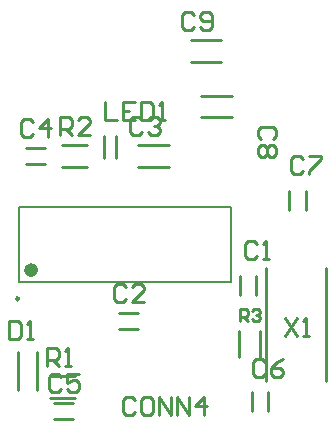
<source format=gto>
G04 Layer_Color=65535*
%FSLAX43Y43*%
%MOMM*%
G71*
G01*
G75*
%ADD28C,0.200*%
%ADD32C,0.250*%
%ADD33C,0.600*%
%ADD34C,0.254*%
D28*
X54042Y89027D02*
X71942D01*
X54042Y95377D02*
X71942D01*
X54042Y89027D02*
Y95377D01*
X71942Y89027D02*
Y95377D01*
D32*
X54012Y87602D02*
G03*
X54012Y87602I-125J0D01*
G01*
D33*
X55342Y90027D02*
G03*
X55342Y90027I-300J0D01*
G01*
D34*
X69469Y104786D02*
X72069D01*
X69469Y102986D02*
X72069D01*
X76897Y95123D02*
Y96723D01*
X78297Y95123D02*
Y96723D01*
X62222Y99546D02*
Y101346D01*
X61222Y99546D02*
Y101346D01*
X57653Y98795D02*
X59812D01*
X57653Y100595D02*
X59812D01*
X75122Y78078D02*
Y79678D01*
X73722Y78078D02*
Y79678D01*
X56996Y77405D02*
X58596D01*
X56996Y78805D02*
X58596D01*
X54583Y98995D02*
X56183D01*
X54583Y100395D02*
X56183D01*
X62457Y85025D02*
X64057D01*
X62457Y86425D02*
X64057D01*
X64102Y100595D02*
X66702D01*
X64102Y98795D02*
X66702D01*
X56619Y81037D02*
X58778D01*
X56619Y79237D02*
X58778D01*
X68547Y109485D02*
X71147D01*
X68547Y107685D02*
X71147D01*
X74106Y87935D02*
Y89535D01*
X72706Y87935D02*
Y89535D01*
X74930Y80645D02*
Y90170D01*
X80010Y80645D02*
Y90170D01*
X74433Y82700D02*
Y84859D01*
X72633Y82700D02*
Y84859D01*
X53937Y79883D02*
Y83083D01*
X55537Y79883D02*
Y83083D01*
X74168Y92202D02*
X73914Y92456D01*
X73406D01*
X73152Y92202D01*
Y91186D01*
X73406Y90932D01*
X73914D01*
X74168Y91186D01*
X74676Y90932D02*
X75183D01*
X74929D01*
Y92456D01*
X74676Y92202D01*
X63066Y88595D02*
X62812Y88849D01*
X62304D01*
X62050Y88595D01*
Y87579D01*
X62304Y87325D01*
X62812D01*
X63066Y87579D01*
X64590Y87325D02*
X63574D01*
X64590Y88341D01*
Y88595D01*
X64336Y88849D01*
X63828D01*
X63574Y88595D01*
X64414Y102743D02*
X64160Y102997D01*
X63652D01*
X63398Y102743D01*
Y101727D01*
X63652Y101473D01*
X64160D01*
X64414Y101727D01*
X64922Y102743D02*
X65176Y102997D01*
X65684D01*
X65938Y102743D01*
Y102489D01*
X65684Y102235D01*
X65430D01*
X65684D01*
X65938Y101981D01*
Y101727D01*
X65684Y101473D01*
X65176D01*
X64922Y101727D01*
X55192Y102565D02*
X54938Y102819D01*
X54430D01*
X54176Y102565D01*
Y101549D01*
X54430Y101295D01*
X54938D01*
X55192Y101549D01*
X56462Y101295D02*
Y102819D01*
X55700Y102057D01*
X56716D01*
X57607Y80975D02*
X57353Y81229D01*
X56845D01*
X56591Y80975D01*
Y79959D01*
X56845Y79705D01*
X57353D01*
X57607Y79959D01*
X59130Y81229D02*
X58115D01*
Y80467D01*
X58623Y80721D01*
X58876D01*
X59130Y80467D01*
Y79959D01*
X58876Y79705D01*
X58369D01*
X58115Y79959D01*
X74853Y82270D02*
X74600Y82524D01*
X74092D01*
X73838Y82270D01*
Y81255D01*
X74092Y81001D01*
X74600D01*
X74853Y81255D01*
X76377Y82524D02*
X75869Y82270D01*
X75361Y81762D01*
Y81255D01*
X75615Y81001D01*
X76123D01*
X76377Y81255D01*
Y81508D01*
X76123Y81762D01*
X75361D01*
X78028Y99415D02*
X77775Y99669D01*
X77267D01*
X77013Y99415D01*
Y98400D01*
X77267Y98146D01*
X77775D01*
X78028Y98400D01*
X78536Y99669D02*
X79552D01*
Y99415D01*
X78536Y98400D01*
Y98146D01*
X75565Y101092D02*
X75819Y101346D01*
Y101854D01*
X75565Y102108D01*
X74549D01*
X74295Y101854D01*
Y101346D01*
X74549Y101092D01*
X75565Y100584D02*
X75819Y100331D01*
Y99823D01*
X75565Y99569D01*
X75311D01*
X75057Y99823D01*
X74803Y99569D01*
X74549D01*
X74295Y99823D01*
Y100331D01*
X74549Y100584D01*
X74803D01*
X75057Y100331D01*
X75311Y100584D01*
X75565D01*
X75057Y100331D02*
Y99823D01*
X68869Y111633D02*
X68615Y111887D01*
X68108D01*
X67854Y111633D01*
Y110617D01*
X68108Y110363D01*
X68615D01*
X68869Y110617D01*
X69377D02*
X69631Y110363D01*
X70139D01*
X70393Y110617D01*
Y111633D01*
X70139Y111887D01*
X69631D01*
X69377Y111633D01*
Y111379D01*
X69631Y111125D01*
X70393D01*
X63881Y78994D02*
X63627Y79248D01*
X63119D01*
X62865Y78994D01*
Y77978D01*
X63119Y77724D01*
X63627D01*
X63881Y77978D01*
X65150Y79248D02*
X64642D01*
X64389Y78994D01*
Y77978D01*
X64642Y77724D01*
X65150D01*
X65404Y77978D01*
Y78994D01*
X65150Y79248D01*
X65912Y77724D02*
Y79248D01*
X66928Y77724D01*
Y79248D01*
X67436Y77724D02*
Y79248D01*
X68451Y77724D01*
Y79248D01*
X69721Y77724D02*
Y79248D01*
X68959Y78486D01*
X69975D01*
X53213Y85725D02*
Y84201D01*
X53975D01*
X54229Y84455D01*
Y85471D01*
X53975Y85725D01*
X53213D01*
X54737Y84201D02*
X55244D01*
X54990D01*
Y85725D01*
X54737Y85471D01*
X61341Y104241D02*
Y102718D01*
X62357D01*
X63880Y104241D02*
X62865D01*
Y102718D01*
X63880D01*
X62865Y103479D02*
X63372D01*
X64388Y104241D02*
Y102718D01*
X65150D01*
X65404Y102972D01*
Y103987D01*
X65150Y104241D01*
X64388D01*
X65912Y102718D02*
X66419D01*
X66165D01*
Y104241D01*
X65912Y103987D01*
X56363Y81915D02*
Y83439D01*
X57124D01*
X57378Y83185D01*
Y82677D01*
X57124Y82423D01*
X56363D01*
X56870D02*
X57378Y81915D01*
X57886D02*
X58394D01*
X58140D01*
Y83439D01*
X57886Y83185D01*
X57508Y101473D02*
Y102997D01*
X58270D01*
X58524Y102743D01*
Y102235D01*
X58270Y101981D01*
X57508D01*
X58016D02*
X58524Y101473D01*
X60047D02*
X59032D01*
X60047Y102489D01*
Y102743D01*
X59793Y102997D01*
X59286D01*
X59032Y102743D01*
X72771Y85725D02*
Y86725D01*
X73271D01*
X73437Y86558D01*
Y86225D01*
X73271Y86058D01*
X72771D01*
X73104D02*
X73437Y85725D01*
X73771Y86558D02*
X73937Y86725D01*
X74271D01*
X74437Y86558D01*
Y86391D01*
X74271Y86225D01*
X74104D01*
X74271D01*
X74437Y86058D01*
Y85892D01*
X74271Y85725D01*
X73937D01*
X73771Y85892D01*
X76581Y85979D02*
X77597Y84455D01*
Y85979D02*
X76581Y84455D01*
X78105D02*
X78612D01*
X78358D01*
Y85979D01*
X78105Y85725D01*
M02*

</source>
